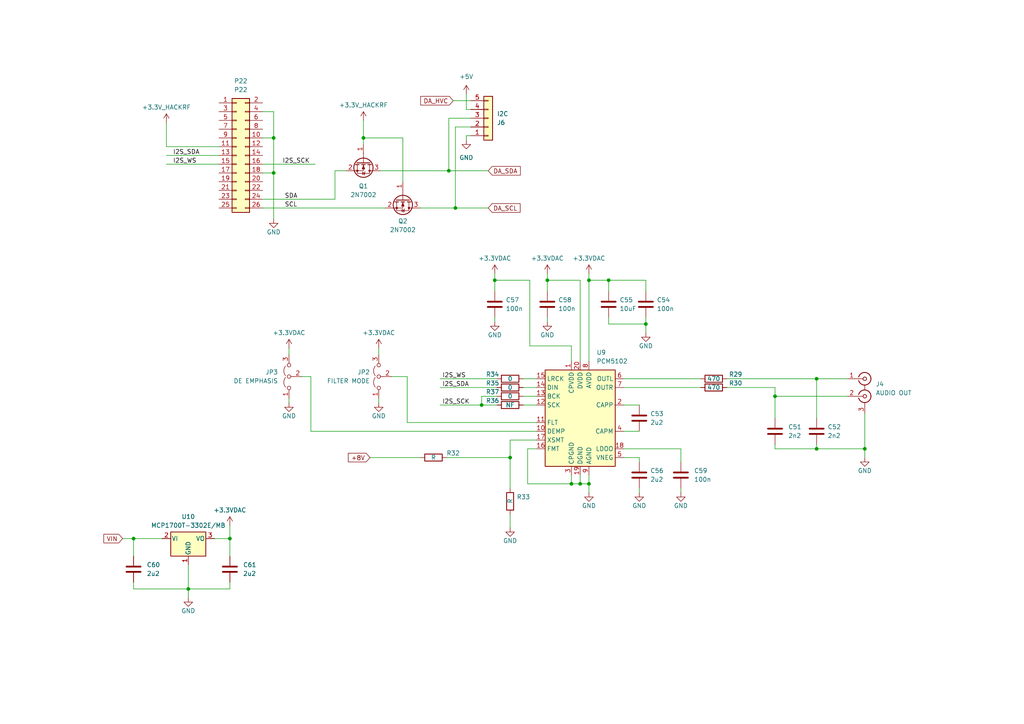
<source format=kicad_sch>
(kicad_sch (version 20230121) (generator eeschema)
  (paper "A4")
  (title_block (title "${TITLE}") (date "${DATE}") (rev "${VERSION}") (company "${COPYRIGHT}") (comment 1 "${LICENSE}") (comment 2 "AUDIO OUTPUT"))
  (lib_symbols
    (symbol "+3.3v_aud:+3.3V_AUD" (power) (pin_names (offset 0))
      (property "Value" "+3.3V_AUD" (at 0 4.445 0))
      (symbol "+3.3V_AUD_0_0"
        (pin power_in line (at 0 0 90) (length 0) hide (name "+3.3VDAC") (number "1"))
      )
      (symbol "+3.3V_AUD_0_1"
        (polyline (pts (xy -0.762 1.27) (xy 0 2.54)))
        (polyline (pts (xy 0 0) (xy 0 2.54)))
        (polyline (pts (xy 0 2.54) (xy 0.762 1.27)))
      )
    )
    (symbol "+3.3v_hackrf:+3.3V_HACKRF" (power) (pin_names (offset 0))
      (property "Value" "+3.3V_HACKRF" (at 0 5.08 0))
      (symbol "+3.3V_HACKRF_0_1"
        (polyline (pts (xy -0.762 1.27) (xy 0 2.54)))
        (polyline (pts (xy 0 0) (xy 0 2.54)))
        (polyline (pts (xy 0 2.54) (xy 0.762 1.27)))
      )
      (symbol "+3.3V_HACKRF_1_0"
        (pin power_in line (at 0 0 90) (length 0) hide (name "+3.3V_HACKRF") (number "1"))
      )
    )
    (symbol "Audio:PCM5102"
      (property "Reference" "U" (at -10.16 13.97 0))
      (property "Value" "PCM5102" (at 3.81 13.97 0))
      (symbol "PCM5102_0_1"
        (rectangle (start -10.16 12.7) (end 10.16 -15.24) (stroke (width 0.254)) (fill (type background)))
      )
      (symbol "PCM5102_1_1"
        (pin passive line (at -2.54 15.24 270) (length 2.54) (name "CPVDD") (number "1"))
        (pin input line (at -12.7 -5.08 0) (length 2.54) (name "DEMP") (number "10"))
        (pin input line (at -12.7 -2.54 0) (length 2.54) (name "FLT") (number "11"))
        (pin input line (at -12.7 2.54 0) (length 2.54) (name "SCK") (number "12"))
        (pin input line (at -12.7 5.08 0) (length 2.54) (name "BCK") (number "13"))
        (pin input line (at -12.7 7.62 0) (length 2.54) (name "DIN") (number "14"))
        (pin input line (at -12.7 10.16 0) (length 2.54) (name "LRCK") (number "15"))
        (pin input line (at -12.7 -10.16 0) (length 2.54) (name "FMT") (number "16"))
        (pin input line (at -12.7 -7.62 0) (length 2.54) (name "XSMT") (number "17"))
        (pin passive line (at 12.7 -10.16 180) (length 2.54) (name "LDOO") (number "18"))
        (pin power_in line (at 0 -17.78 90) (length 2.54) (name "DGND") (number "19"))
        (pin passive line (at 12.7 2.54 180) (length 2.54) (name "CAPP") (number "2"))
        (pin power_in line (at 0 15.24 270) (length 2.54) (name "DVDD") (number "20"))
        (pin power_in line (at -2.54 -17.78 90) (length 2.54) (name "CPGND") (number "3"))
        (pin passive line (at 12.7 -5.08 180) (length 2.54) (name "CAPM") (number "4"))
        (pin passive line (at 12.7 -12.7 180) (length 2.54) (name "VNEG") (number "5"))
        (pin output line (at 12.7 10.16 180) (length 2.54) (name "OUTL") (number "6"))
        (pin output line (at 12.7 7.62 180) (length 2.54) (name "OUTR") (number "7"))
        (pin power_in line (at 2.54 15.24 270) (length 2.54) (name "AVDD") (number "8"))
        (pin power_in line (at 2.54 -17.78 90) (length 2.54) (name "AGND") (number "9"))
      )
    )
    (symbol "Connector:Conn_Coaxial_x2" (pin_names (offset 1.016) hide)
      (property "Reference" "J" (at 0 5.715 0))
      (property "Value" "Conn_Coaxial_x2" (at 2.921 0 90))
      (symbol "Conn_Coaxial_x2_0_1"
        (arc (start -1.778 -3.048) (mid 0.2311 -4.3466) (end 1.778 -2.54) (stroke (width 0.254)))
        (arc (start -1.778 2.032) (mid 0.2311 0.7334) (end 1.778 2.54) (stroke (width 0.254)))
        (circle (center 0 -2.54) (radius 0.508) (stroke (width 0.2032)))
        (polyline (pts (xy -2.54 -2.54) (xy -0.508 -2.54)))
        (polyline (pts (xy -2.54 2.54) (xy -0.508 2.54)))
        (polyline (pts (xy 0 -5.08) (xy 0 -4.318)))
        (polyline (pts (xy 0 0.762) (xy 0 -0.635)))
        (circle (center 0 2.54) (radius 0.508) (stroke (width 0.2032)))
        (arc (start 1.778 -2.54) (mid 0.2099 -0.7299) (end -1.778 -2.032) (stroke (width 0.254)))
        (arc (start 1.778 2.54) (mid 0.2099 4.3501) (end -1.778 3.048) (stroke (width 0.254)))
      )
      (symbol "Conn_Coaxial_x2_1_1"
        (pin passive line (at -5.08 2.54 0) (length 2.54) (name "IN1") (number "1"))
        (pin passive line (at -5.08 -2.54 0) (length 2.54) (name "IN2") (number "2"))
        (pin passive line (at 0 -7.62 90) (length 2.54) (name "EXT") (number "3"))
      )
    )
    (symbol "Connector_Generic:Conn_01x05" (pin_names (offset 1.016) hide)
      (property "Reference" "J" (at 0 7.62 0))
      (property "Value" "Conn_01x05" (at 0 -7.62 0))
      (symbol "Conn_01x05_1_1"
        (rectangle (start -1.27 -4.953) (end 0 -5.207) (stroke (width 0.1524)))
        (rectangle (start -1.27 -2.413) (end 0 -2.667) (stroke (width 0.1524)))
        (rectangle (start -1.27 0.127) (end 0 -0.127) (stroke (width 0.1524)))
        (rectangle (start -1.27 2.667) (end 0 2.413) (stroke (width 0.1524)))
        (rectangle (start -1.27 5.207) (end 0 4.953) (stroke (width 0.1524)))
        (rectangle (start -1.27 6.35) (end 1.27 -6.35) (stroke (width 0.254)) (fill (type background)))
        (pin passive line (at -5.08 5.08 0) (length 3.81) (name "Pin_1") (number "1"))
        (pin passive line (at -5.08 2.54 0) (length 3.81) (name "Pin_2") (number "2"))
        (pin passive line (at -5.08 0 0) (length 3.81) (name "Pin_3") (number "3"))
        (pin passive line (at -5.08 -2.54 0) (length 3.81) (name "Pin_4") (number "4"))
        (pin passive line (at -5.08 -5.08 0) (length 3.81) (name "Pin_5") (number "5"))
      )
    )
    (symbol "Connector_Generic:Conn_02x13_Odd_Even" (pin_names (offset 1.016) hide)
      (property "Reference" "J" (at 1.27 17.78 0))
      (property "Value" "Conn_02x13_Odd_Even" (at 1.27 -17.78 0))
      (symbol "Conn_02x13_Odd_Even_1_1"
        (rectangle (start -1.27 -15.113) (end 0 -15.367) (stroke (width 0.1524)))
        (rectangle (start -1.27 -12.573) (end 0 -12.827) (stroke (width 0.1524)))
        (rectangle (start -1.27 -10.033) (end 0 -10.287) (stroke (width 0.1524)))
        (rectangle (start -1.27 -7.493) (end 0 -7.747) (stroke (width 0.1524)))
        (rectangle (start -1.27 -4.953) (end 0 -5.207) (stroke (width 0.1524)))
        (rectangle (start -1.27 -2.413) (end 0 -2.667) (stroke (width 0.1524)))
        (rectangle (start -1.27 0.127) (end 0 -0.127) (stroke (width 0.1524)))
        (rectangle (start -1.27 2.667) (end 0 2.413) (stroke (width 0.1524)))
        (rectangle (start -1.27 5.207) (end 0 4.953) (stroke (width 0.1524)))
        (rectangle (start -1.27 7.747) (end 0 7.493) (stroke (width 0.1524)))
        (rectangle (start -1.27 10.287) (end 0 10.033) (stroke (width 0.1524)))
        (rectangle (start -1.27 12.827) (end 0 12.573) (stroke (width 0.1524)))
        (rectangle (start -1.27 15.367) (end 0 15.113) (stroke (width 0.1524)))
        (rectangle (start -1.27 16.51) (end 3.81 -16.51) (stroke (width 0.254)) (fill (type background)))
        (rectangle (start 3.81 -15.113) (end 2.54 -15.367) (stroke (width 0.1524)))
        (rectangle (start 3.81 -12.573) (end 2.54 -12.827) (stroke (width 0.1524)))
        (rectangle (start 3.81 -10.033) (end 2.54 -10.287) (stroke (width 0.1524)))
        (rectangle (start 3.81 -7.493) (end 2.54 -7.747) (stroke (width 0.1524)))
        (rectangle (start 3.81 -4.953) (end 2.54 -5.207) (stroke (width 0.1524)))
        (rectangle (start 3.81 -2.413) (end 2.54 -2.667) (stroke (width 0.1524)))
        (rectangle (start 3.81 0.127) (end 2.54 -0.127) (stroke (width 0.1524)))
        (rectangle (start 3.81 2.667) (end 2.54 2.413) (stroke (width 0.1524)))
        (rectangle (start 3.81 5.207) (end 2.54 4.953) (stroke (width 0.1524)))
        (rectangle (start 3.81 7.747) (end 2.54 7.493) (stroke (width 0.1524)))
        (rectangle (start 3.81 10.287) (end 2.54 10.033) (stroke (width 0.1524)))
        (rectangle (start 3.81 12.827) (end 2.54 12.573) (stroke (width 0.1524)))
        (rectangle (start 3.81 15.367) (end 2.54 15.113) (stroke (width 0.1524)))
        (pin passive line (at -5.08 15.24 0) (length 3.81) (name "Pin_1") (number "1"))
        (pin passive line (at 7.62 5.08 180) (length 3.81) (name "Pin_10") (number "10"))
        (pin passive line (at -5.08 2.54 0) (length 3.81) (name "Pin_11") (number "11"))
        (pin passive line (at 7.62 2.54 180) (length 3.81) (name "Pin_12") (number "12"))
        (pin passive line (at -5.08 0 0) (length 3.81) (name "Pin_13") (number "13"))
        (pin passive line (at 7.62 0 180) (length 3.81) (name "Pin_14") (number "14"))
        (pin passive line (at -5.08 -2.54 0) (length 3.81) (name "Pin_15") (number "15"))
        (pin passive line (at 7.62 -2.54 180) (length 3.81) (name "Pin_16") (number "16"))
        (pin passive line (at -5.08 -5.08 0) (length 3.81) (name "Pin_17") (number "17"))
        (pin passive line (at 7.62 -5.08 180) (length 3.81) (name "Pin_18") (number "18"))
        (pin passive line (at -5.08 -7.62 0) (length 3.81) (name "Pin_19") (number "19"))
        (pin passive line (at 7.62 15.24 180) (length 3.81) (name "Pin_2") (number "2"))
        (pin passive line (at 7.62 -7.62 180) (length 3.81) (name "Pin_20") (number "20"))
        (pin passive line (at -5.08 -10.16 0) (length 3.81) (name "Pin_21") (number "21"))
        (pin passive line (at 7.62 -10.16 180) (length 3.81) (name "Pin_22") (number "22"))
        (pin passive line (at -5.08 -12.7 0) (length 3.81) (name "Pin_23") (number "23"))
        (pin passive line (at 7.62 -12.7 180) (length 3.81) (name "Pin_24") (number "24"))
        (pin passive line (at -5.08 -15.24 0) (length 3.81) (name "Pin_25") (number "25"))
        (pin passive line (at 7.62 -15.24 180) (length 3.81) (name "Pin_26") (number "26"))
        (pin passive line (at -5.08 12.7 0) (length 3.81) (name "Pin_3") (number "3"))
        (pin passive line (at 7.62 12.7 180) (length 3.81) (name "Pin_4") (number "4"))
        (pin passive line (at -5.08 10.16 0) (length 3.81) (name "Pin_5") (number "5"))
        (pin passive line (at 7.62 10.16 180) (length 3.81) (name "Pin_6") (number "6"))
        (pin passive line (at -5.08 7.62 0) (length 3.81) (name "Pin_7") (number "7"))
        (pin passive line (at 7.62 7.62 180) (length 3.81) (name "Pin_8") (number "8"))
        (pin passive line (at -5.08 5.08 0) (length 3.81) (name "Pin_9") (number "9"))
      )
    )
    (symbol "Device:C" (pin_numbers hide) (pin_names (offset 0.254))
      (property "Reference" "C" (at 0.635 2.54 0))
      (property "Value" "C" (at 0.635 -2.54 0))
      (symbol "C_0_1"
        (polyline (pts (xy -2.032 -0.762) (xy 2.032 -0.762)) (stroke (width 0.508)))
        (polyline (pts (xy -2.032 0.762) (xy 2.032 0.762)) (stroke (width 0.508)))
      )
      (symbol "C_1_1"
        (pin passive line (at 0 3.81 270) (length 2.794) (name "~") (number "1"))
        (pin passive line (at 0 -3.81 90) (length 2.794) (name "~") (number "2"))
      )
    )
    (symbol "Device:R" (pin_numbers hide) (pin_names (offset 0))
      (property "Reference" "R" (at 2.032 0 90))
      (property "Value" "R" (at 0 0 90))
      (symbol "R_0_1"
        (rectangle (start -1.016 -2.54) (end 1.016 2.54) (stroke (width 0.254)))
      )
      (symbol "R_1_1"
        (pin passive line (at 0 3.81 270) (length 1.27) (name "~") (number "1"))
        (pin passive line (at 0 -3.81 90) (length 1.27) (name "~") (number "2"))
      )
    )
    (symbol "Jumper:Jumper_3_Open" (pin_names (offset 0) hide)
      (property "Reference" "JP" (at -2.54 -2.54 0))
      (property "Value" "Jumper_3_Open" (at 0 2.794 0))
      (symbol "Jumper_3_Open_0_0"
        (circle (center -3.302 0) (radius 0.508))
        (circle (center 0 0) (radius 0.508))
        (circle (center 3.302 0) (radius 0.508))
      )
      (symbol "Jumper_3_Open_0_1"
        (arc (start -0.254 1.016) (mid -1.651 1.4992) (end -3.048 1.016))
        (polyline (pts (xy 0 -0.508) (xy 0 -1.27)))
        (arc (start 3.048 1.016) (mid 1.651 1.4992) (end 0.254 1.016))
      )
      (symbol "Jumper_3_Open_1_1"
        (pin passive line (at -6.35 0 0) (length 2.54) (name "A") (number "1"))
        (pin passive line (at 0 -3.81 90) (length 2.54) (name "C") (number "2"))
        (pin passive line (at 6.35 0 180) (length 2.54) (name "B") (number "3"))
      )
    )
    (symbol "Regulator_Linear:MCP1700x-120xxMB" (pin_names (offset 0.254))
      (property "Reference" "U" (at -3.81 3.175 0))
      (property "Value" "MCP1700x-120xxMB" (at 0 3.175 0))
      (symbol "MCP1700x-120xxMB_0_1"
        (rectangle (start -5.08 -5.08) (end 5.08 1.905) (stroke (width 0.254)) (fill (type background)))
      )
      (symbol "MCP1700x-120xxMB_1_1"
        (pin power_in line (at 0 -7.62 90) (length 2.54) (name "GND") (number "1"))
        (pin power_in line (at -7.62 0 0) (length 2.54) (name "VI") (number "2"))
        (pin power_out line (at 7.62 0 180) (length 2.54) (name "VO") (number "3"))
      )
    )
    (symbol "Transistor_FET:2N7002" (pin_names hide)
      (property "Reference" "Q" (at 5.08 1.905 0))
      (property "Value" "2N7002" (at 5.08 0 0))
      (symbol "2N7002_0_1"
        (polyline (pts (xy 0.254 0) (xy -2.54 0)))
        (polyline (pts (xy 0.254 1.905) (xy 0.254 -1.905)) (stroke (width 0.254)))
        (polyline (pts (xy 0.762 -1.27) (xy 0.762 -2.286)) (stroke (width 0.254)))
        (polyline (pts (xy 0.762 0.508) (xy 0.762 -0.508)) (stroke (width 0.254)))
        (polyline (pts (xy 0.762 2.286) (xy 0.762 1.27)) (stroke (width 0.254)))
        (polyline (pts (xy 2.54 2.54) (xy 2.54 1.778)))
        (polyline (pts (xy 2.54 -2.54) (xy 2.54 0) (xy 0.762 0)))
        (polyline (pts (xy 0.762 -1.778) (xy 3.302 -1.778) (xy 3.302 1.778) (xy 0.762 1.778)))
        (polyline (pts (xy 1.016 0) (xy 2.032 0.381) (xy 2.032 -0.381) (xy 1.016 0)) (fill (type outline)))
        (polyline (pts (xy 2.794 0.508) (xy 2.921 0.381) (xy 3.683 0.381) (xy 3.81 0.254)))
        (polyline (pts (xy 3.302 0.381) (xy 2.921 -0.254) (xy 3.683 -0.254) (xy 3.302 0.381)))
        (circle (center 1.651 0) (radius 2.794) (stroke (width 0.254)))
        (circle (center 2.54 -1.778) (radius 0.254) (fill (type outline)))
        (circle (center 2.54 1.778) (radius 0.254) (fill (type outline)))
      )
      (symbol "2N7002_1_1"
        (pin input line (at -5.08 0 0) (length 2.54) (name "G") (number "1"))
        (pin passive line (at 2.54 -5.08 90) (length 2.54) (name "S") (number "2"))
        (pin passive line (at 2.54 5.08 270) (length 2.54) (name "D") (number "3"))
      )
    )
    (symbol "power:+5V" (power) (pin_names (offset 0))
      (property "Value" "+5V" (at 0 3.556 0))
      (symbol "+5V_0_1"
        (polyline (pts (xy -0.762 1.27) (xy 0 2.54)))
        (polyline (pts (xy 0 0) (xy 0 2.54)))
        (polyline (pts (xy 0 2.54) (xy 0.762 1.27)))
      )
      (symbol "+5V_1_1"
        (pin power_in line (at 0 0 90) (length 0) hide (name "+5V") (number "1"))
      )
    )
    (symbol "power:GND" (power) (pin_names (offset 0))
      (property "Value" "GND" (at 0 -3.81 0))
      (symbol "GND_0_1"
        (polyline (pts (xy 0 0) (xy 0 -1.27) (xy 1.27 -1.27) (xy 0 -2.54) (xy -1.27 -1.27) (xy 0 -1.27)))
      )
      (symbol "GND_1_1"
        (pin power_in line (at 0 0 270) (length 0) hide (name "GND") (number "1"))
      )
    )
  )
  (junction (at 130.175 49.53))
  (junction (at 139.7 117.475))
  (junction (at 132.08 60.325))
  (junction (at 176.53 81.28))
  (junction (at 158.75 81.28))
  (junction (at 236.855 109.855))
  (junction (at 105.41 40.005))
  (junction (at 250.825 130.175))
  (junction (at 187.325 93.98))
  (junction (at 165.735 140.335))
  (junction (at 168.275 140.335))
  (junction (at 79.375 50.165))
  (junction (at 170.815 140.335))
  (junction (at 147.955 132.715))
  (junction (at 54.61 170.815))
  (junction (at 79.375 40.005))
  (junction (at 66.675 156.21))
  (junction (at 38.735 156.21))
  (junction (at 170.815 81.28))
  (junction (at 143.51 81.28))
  (junction (at 236.855 130.175))
  (junction (at 224.79 114.935))
  (wire (pts (xy 147.955 149.225) (xy 147.955 153.035)))
  (wire (pts (xy 79.375 40.005) (xy 79.375 50.165)))
  (wire (pts (xy 118.11 109.22) (xy 118.11 122.555)))
  (wire (pts (xy 185.42 141.605) (xy 185.42 142.875)))
  (wire (pts (xy 66.675 152.4) (xy 66.675 156.21)))
  (wire (pts (xy 127.635 112.395) (xy 144.145 112.395)))
  (wire (pts (xy 109.855 100.965) (xy 109.855 102.87)))
  (wire (pts (xy 185.42 132.715) (xy 185.42 133.985)))
  (wire (pts (xy 151.765 109.855) (xy 155.575 109.855)))
  (wire (pts (xy 151.765 112.395) (xy 155.575 112.395)))
  (wire (pts (xy 153.67 100.33) (xy 165.735 100.33)))
  (wire (pts (xy 168.275 104.775) (xy 168.275 81.28)))
  (wire (pts (xy 153.035 140.335) (xy 165.735 140.335)))
  (wire (pts (xy 143.51 92.075) (xy 143.51 93.345)))
  (wire (pts (xy 168.275 140.335) (xy 170.815 140.335)))
  (wire (pts (xy 151.765 114.935) (xy 155.575 114.935)))
  (wire (pts (xy 132.08 60.325) (xy 141.605 60.325)))
  (wire (pts (xy 79.375 50.165) (xy 79.375 63.5)))
  (wire (pts (xy 170.815 104.775) (xy 170.815 81.28)))
  (wire (pts (xy 113.665 109.22) (xy 118.11 109.22)))
  (wire (pts (xy 76.2 40.005) (xy 79.375 40.005)))
  (wire (pts (xy 76.2 47.625) (xy 91.44 47.625)))
  (wire (pts (xy 48.26 35.56) (xy 48.26 42.545)))
  (wire (pts (xy 147.955 127.635) (xy 155.575 127.635)))
  (wire (pts (xy 109.855 115.57) (xy 109.855 116.84)))
  (wire (pts (xy 176.53 92.075) (xy 176.53 93.98)))
  (wire (pts (xy 79.375 32.385) (xy 79.375 40.005)))
  (wire (pts (xy 35.56 156.21) (xy 38.735 156.21)))
  (wire (pts (xy 165.735 100.33) (xy 165.735 104.775)))
  (wire (pts (xy 105.41 40.005) (xy 105.41 41.91)))
  (wire (pts (xy 180.975 112.395) (xy 203.2 112.395)))
  (wire (pts (xy 170.815 79.375) (xy 170.815 81.28)))
  (wire (pts (xy 110.49 49.53) (xy 130.175 49.53)))
  (wire (pts (xy 62.23 156.21) (xy 66.675 156.21)))
  (wire (pts (xy 180.975 125.095) (xy 185.42 125.095)))
  (wire (pts (xy 130.175 49.53) (xy 141.605 49.53)))
  (wire (pts (xy 197.485 130.175) (xy 197.485 133.985)))
  (wire (pts (xy 66.675 156.21) (xy 66.675 161.29)))
  (wire (pts (xy 176.53 81.28) (xy 176.53 84.455)))
  (wire (pts (xy 210.82 112.395) (xy 224.79 112.395)))
  (wire (pts (xy 139.7 117.475) (xy 144.145 117.475)))
  (wire (pts (xy 224.79 130.175) (xy 224.79 128.905)))
  (wire (pts (xy 130.175 49.53) (xy 130.175 34.29)))
  (wire (pts (xy 168.275 137.795) (xy 168.275 140.335)))
  (wire (pts (xy 224.79 112.395) (xy 224.79 114.935)))
  (wire (pts (xy 105.41 34.925) (xy 105.41 40.005)))
  (wire (pts (xy 131.445 29.21) (xy 136.525 29.21)))
  (wire (pts (xy 54.61 163.83) (xy 54.61 170.815)))
  (wire (pts (xy 224.79 114.935) (xy 245.745 114.935)))
  (wire (pts (xy 197.485 141.605) (xy 197.485 142.875)))
  (wire (pts (xy 76.2 60.325) (xy 111.76 60.325)))
  (wire (pts (xy 168.275 81.28) (xy 158.75 81.28)))
  (wire (pts (xy 147.955 132.715) (xy 147.955 127.635)))
  (wire (pts (xy 135.255 27.305) (xy 135.255 31.75)))
  (wire (pts (xy 139.7 114.935) (xy 139.7 117.475)))
  (wire (pts (xy 116.84 52.705) (xy 116.84 40.005)))
  (wire (pts (xy 54.61 173.355) (xy 54.61 170.815)))
  (wire (pts (xy 176.53 81.28) (xy 187.325 81.28)))
  (wire (pts (xy 144.145 114.935) (xy 139.7 114.935)))
  (wire (pts (xy 132.08 36.83) (xy 132.08 60.325)))
  (wire (pts (xy 170.815 137.795) (xy 170.815 140.335)))
  (wire (pts (xy 135.255 39.37) (xy 135.255 40.64)))
  (wire (pts (xy 147.955 132.715) (xy 147.955 141.605)))
  (wire (pts (xy 176.53 93.98) (xy 187.325 93.98)))
  (wire (pts (xy 236.855 109.855) (xy 245.745 109.855)))
  (wire (pts (xy 155.575 130.175) (xy 153.035 130.175)))
  (wire (pts (xy 180.975 109.855) (xy 203.2 109.855)))
  (wire (pts (xy 158.75 79.375) (xy 158.75 81.28)))
  (wire (pts (xy 136.525 36.83) (xy 132.08 36.83)))
  (wire (pts (xy 54.61 170.815) (xy 38.735 170.815)))
  (wire (pts (xy 90.17 109.22) (xy 87.63 109.22)))
  (wire (pts (xy 180.975 130.175) (xy 197.485 130.175)))
  (wire (pts (xy 155.575 125.095) (xy 90.17 125.095)))
  (wire (pts (xy 187.325 81.28) (xy 187.325 84.455)))
  (wire (pts (xy 170.815 140.335) (xy 170.815 142.875)))
  (wire (pts (xy 129.54 132.715) (xy 147.955 132.715)))
  (wire (pts (xy 38.735 156.21) (xy 46.99 156.21)))
  (wire (pts (xy 130.175 34.29) (xy 136.525 34.29)))
  (wire (pts (xy 236.855 128.905) (xy 236.855 130.175)))
  (wire (pts (xy 185.42 132.715) (xy 180.975 132.715)))
  (wire (pts (xy 210.82 109.855) (xy 236.855 109.855)))
  (wire (pts (xy 180.975 117.475) (xy 185.42 117.475)))
  (wire (pts (xy 151.765 117.475) (xy 155.575 117.475)))
  (wire (pts (xy 187.325 93.98) (xy 187.325 96.52)))
  (wire (pts (xy 54.61 170.815) (xy 66.675 170.815)))
  (wire (pts (xy 158.75 81.28) (xy 158.75 84.455)))
  (wire (pts (xy 118.11 122.555) (xy 155.575 122.555)))
  (wire (pts (xy 90.17 125.095) (xy 90.17 109.22)))
  (wire (pts (xy 83.82 100.965) (xy 83.82 102.87)))
  (wire (pts (xy 236.855 130.175) (xy 250.825 130.175)))
  (wire (pts (xy 48.26 45.085) (xy 63.5 45.085)))
  (wire (pts (xy 107.315 132.715) (xy 121.92 132.715)))
  (wire (pts (xy 224.79 114.935) (xy 224.79 121.285)))
  (wire (pts (xy 48.26 47.625) (xy 63.5 47.625)))
  (wire (pts (xy 170.815 81.28) (xy 176.53 81.28)))
  (wire (pts (xy 236.855 130.175) (xy 224.79 130.175)))
  (wire (pts (xy 153.035 130.175) (xy 153.035 140.335)))
  (wire (pts (xy 66.675 170.815) (xy 66.675 168.91)))
  (wire (pts (xy 165.735 137.795) (xy 165.735 140.335)))
  (wire (pts (xy 127.635 109.855) (xy 144.145 109.855)))
  (wire (pts (xy 158.75 92.075) (xy 158.75 93.345)))
  (wire (pts (xy 76.2 32.385) (xy 79.375 32.385)))
  (wire (pts (xy 165.735 140.335) (xy 168.275 140.335)))
  (wire (pts (xy 76.2 50.165) (xy 79.375 50.165)))
  (wire (pts (xy 38.735 156.21) (xy 38.735 161.29)))
  (wire (pts (xy 143.51 81.28) (xy 153.67 81.28)))
  (wire (pts (xy 97.155 57.785) (xy 97.155 49.53)))
  (wire (pts (xy 38.735 170.815) (xy 38.735 168.91)))
  (wire (pts (xy 236.855 109.855) (xy 236.855 121.285)))
  (wire (pts (xy 48.26 42.545) (xy 63.5 42.545)))
  (wire (pts (xy 143.51 84.455) (xy 143.51 81.28)))
  (wire (pts (xy 153.67 81.28) (xy 153.67 100.33)))
  (wire (pts (xy 127.635 117.475) (xy 139.7 117.475)))
  (wire (pts (xy 121.92 60.325) (xy 132.08 60.325)))
  (wire (pts (xy 76.2 57.785) (xy 97.155 57.785)))
  (wire (pts (xy 116.84 40.005) (xy 105.41 40.005)))
  (wire (pts (xy 250.825 120.015) (xy 250.825 130.175)))
  (wire (pts (xy 143.51 79.375) (xy 143.51 81.28)))
  (wire (pts (xy 97.155 49.53) (xy 100.33 49.53)))
  (wire (pts (xy 250.825 130.175) (xy 250.825 132.715)))
  (wire (pts (xy 135.255 31.75) (xy 136.525 31.75)))
  (wire (pts (xy 187.325 92.075) (xy 187.325 93.98)))
  (wire (pts (xy 136.525 39.37) (xy 135.255 39.37)))
  (wire (pts (xy 83.82 115.57) (xy 83.82 116.84)))
  (label "I2S_WS" (at 50.165 47.625 0))
  (label "I2S_SDA" (at 50.165 45.085 0))
  (label "I2S_SDA" (at 128.27 112.395 0))
  (label "I2S_SCK" (at 81.915 47.625 0))
  (label "SCL" (at 82.55 60.325 0))
  (label "I2S_WS" (at 128.27 109.855 0))
  (label "I2S_SCK" (at 128.27 117.475 0))
  (label "SDA" (at 82.55 57.785 0))
  (global_label "DA_SDA" (shape input) (at 141.605 49.53 0) (property "Intersheetrefs" "${INTERSHEET_REFS}" (effects hide)))
  (global_label "DA_SCL" (shape input) (at 141.605 60.325 0) (property "Intersheetrefs" "${INTERSHEET_REFS}" (effects hide)))
  (global_label "VIN" (shape input) (at 35.56 156.21 180) (property "Intersheetrefs" "${INTERSHEET_REFS}" (effects hide)))
  (global_label "+8V" (shape input) (at 107.315 132.715 180) (property "Intersheetrefs" "${INTERSHEET_REFS}" (effects hide)))
  (global_label "DA_HVC" (shape input) (at 131.445 29.21 180) (property "Intersheetrefs" "${INTERSHEET_REFS}" (effects hide)))
  (symbol (lib_id "+3.3v_aud:+3.3V_AUD") (at 170.815 79.375 0) (unit 1)
    (property "Reference" "#PWR083" (effects hide))
    (property "Value" "+3.3V_AUD" (at 170.815 74.93 0))
  )
  (symbol (lib_id "Device:R") (at 207.01 112.395 90) (unit 1)
    (property "Reference" "R30" (at 213.36 111.125 90))
    (property "Value" "470" (at 207.01 112.395 90))
    (property "Footprint" "Resistor_SMD:R_0603_1608Metric" (effects hide))
  )
  (symbol (lib_id "Device:R") (at 147.955 109.855 90) (unit 1)
    (property "Reference" "R34" (at 142.875 108.585 90))
    (property "Value" "0" (at 147.955 109.855 90))
    (property "Footprint" "Resistor_SMD:R_0603_1608Metric" (effects hide))
  )
  (symbol (lib_id "power:GND") (at 187.325 96.52 0) (unit 1)
    (property "Reference" "#PWR0160" (effects hide))
    (property "Value" "GND" (at 187.325 100.33 0))
  )
  (symbol (lib_id "Device:C") (at 143.51 88.265 0) (unit 1)
    (property "Reference" "C57" (at 146.685 86.995 0) (effects (justify left)))
    (property "Value" "100n" (at 146.685 89.535 0) (effects (justify left)))
    (property "Footprint" "Capacitor_SMD:C_0603_1608Metric" (effects hide))
  )
  (symbol (lib_id "Device:C") (at 176.53 88.265 0) (unit 1)
    (property "Reference" "C55" (at 179.705 86.995 0) (effects (justify left)))
    (property "Value" "10uF" (at 179.705 89.535 0) (effects (justify left)))
    (property "Footprint" "Capacitor_SMD:C_1210_3225Metric" (effects hide))
  )
  (symbol (lib_id "+3.3v_aud:+3.3V_AUD") (at 109.855 100.965 0) (unit 1)
    (property "Reference" "#PWR059" (effects hide))
    (property "Value" "+3.3V_AUD" (at 109.855 96.52 0))
  )
  (symbol (lib_id "power:GND") (at 109.855 116.84 0) (unit 1)
    (property "Reference" "#PWR0166" (effects hide))
    (property "Value" "GND" (at 109.855 120.65 0))
  )
  (symbol (lib_id "power:GND") (at 143.51 93.345 0) (unit 1)
    (property "Reference" "#PWR0157" (effects hide))
    (property "Value" "GND" (at 143.51 97.155 0))
  )
  (symbol (lib_id "Device:C") (at 224.79 125.095 0) (unit 1)
    (property "Reference" "C51" (at 228.6 123.825 0) (effects (justify left)))
    (property "Value" "2n2" (at 228.6 126.365 0) (effects (justify left)))
    (property "Footprint" "Capacitor_SMD:C_0603_1608Metric" (effects hide))
  )
  (symbol (lib_id "power:GND") (at 83.82 116.84 0) (unit 1)
    (property "Reference" "#PWR0165" (effects hide))
    (property "Value" "GND" (at 83.82 120.65 0))
  )
  (symbol (lib_id "+3.3v_hackrf:+3.3V_HACKRF") (at 48.26 35.56 0) (unit 1)
    (property "Reference" "#PWR079" (effects hide))
    (property "Value" "+3.3V_HACKRF" (at 48.26 31.115 0))
  )
  (symbol (lib_id "Device:C") (at 236.855 125.095 0) (unit 1)
    (property "Reference" "C52" (at 240.03 123.825 0) (effects (justify left)))
    (property "Value" "2n2" (at 240.03 126.365 0) (effects (justify left)))
    (property "Footprint" "Capacitor_SMD:C_0603_1608Metric" (effects hide))
  )
  (symbol (lib_id "power:GND") (at 197.485 142.875 0) (unit 1)
    (property "Reference" "#PWR0162" (effects hide))
    (property "Value" "GND" (at 197.485 146.685 0))
  )
  (symbol (lib_id "+3.3v_aud:+3.3V_AUD") (at 66.675 152.4 0) (unit 1)
    (property "Reference" "#PWR067" (effects hide))
    (property "Value" "+3.3V_AUD" (at 66.675 147.955 0))
  )
  (symbol (lib_id "Connector_Generic:Conn_02x13_Odd_Even") (at 68.58 45.085 0) (unit 1)
    (property "Reference" "P22" (at 69.85 23.495 0))
    (property "Value" "P22" (at 69.85 26.035 0))
    (property "Footprint" "hackrf:GSG-HEADER-2x13" (effects hide))
  )
  (symbol (lib_id "power:GND") (at 54.61 173.355 0) (unit 1)
    (property "Reference" "#PWR064" (effects hide))
    (property "Value" "GND" (at 54.61 177.165 0))
  )
  (symbol (lib_id "power:GND") (at 170.815 142.875 0) (unit 1)
    (property "Reference" "#PWR0163" (effects hide))
    (property "Value" "GND" (at 170.815 146.685 0))
  )
  (symbol (lib_id "Jumper:Jumper_3_Open") (at 83.82 109.22 90) (unit 1)
    (property "Reference" "JP3" (at 80.645 107.95 90) (effects (justify left)))
    (property "Value" "DE EMPHASIS" (at 80.645 110.49 90) (effects (justify left)))
    (property "Footprint" "Jumper:SolderJumper-3_P1.3mm_Open_Pad1.0x1.5mm" (effects hide))
  )
  (symbol (lib_id "Device:R") (at 207.01 109.855 90) (unit 1)
    (property "Reference" "R29" (at 213.36 108.585 90))
    (property "Value" "470" (at 207.01 109.855 90))
    (property "Footprint" "Resistor_SMD:R_0603_1608Metric" (effects hide))
  )
  (symbol (lib_id "Device:R") (at 125.73 132.715 90) (unit 1)
    (property "Reference" "R32" (at 131.445 131.445 90))
    (property "Value" "R" (at 125.73 132.715 90))
    (property "Footprint" "Resistor_SMD:R_0603_1608Metric" (effects hide))
  )
  (symbol (lib_id "+3.3v_hackrf:+3.3V_HACKRF") (at 105.41 34.925 0) (unit 1)
    (property "Reference" "#PWR063" (effects hide))
    (property "Value" "+3.3V_HACKRF" (at 105.41 30.48 0))
  )
  (symbol (lib_id "Device:C") (at 66.675 165.1 0) (unit 1)
    (property "Reference" "C61" (at 70.485 163.83 0) (effects (justify left)))
    (property "Value" "2u2" (at 70.485 166.37 0) (effects (justify left)))
    (property "Footprint" "Capacitor_SMD:C_0603_1608Metric" (effects hide))
  )
  (symbol (lib_id "Device:C") (at 38.735 165.1 0) (unit 1)
    (property "Reference" "C60" (at 42.545 163.83 0) (effects (justify left)))
    (property "Value" "2u2" (at 42.545 166.37 0) (effects (justify left)))
    (property "Footprint" "Capacitor_SMD:C_0603_1608Metric" (effects hide))
  )
  (symbol (lib_id "Device:R") (at 147.955 112.395 90) (unit 1)
    (property "Reference" "R35" (at 142.875 111.125 90))
    (property "Value" "0" (at 147.955 112.395 90))
    (property "Footprint" "Resistor_SMD:R_0603_1608Metric" (effects hide))
  )
  (symbol (lib_id "Audio:PCM5102") (at 168.275 120.015 0) (unit 1)
    (property "Reference" "U9" (at 173.0091 102.235 0) (effects (justify left)))
    (property "Value" "PCM5102" (at 173.0091 104.775 0) (effects (justify left)))
    (property "Footprint" "Package_SO:TSSOP-20_4.4x6.5mm_P0.65mm" (effects hide))
    (property "Datasheet" "http://www.ti.com/lit/ds/symlink/pcm5102.pdf" (effects hide))
  )
  (symbol (lib_id "Jumper:Jumper_3_Open") (at 109.855 109.22 90) (unit 1)
    (property "Reference" "JP2" (at 107.315 107.95 90) (effects (justify left)))
    (property "Value" "FILTER MODE" (at 107.315 110.49 90) (effects (justify left)))
    (property "Footprint" "Jumper:SolderJumper-3_P1.3mm_Open_Pad1.0x1.5mm" (effects hide))
  )
  (symbol (lib_id "Transistor_FET:2N7002") (at 116.84 57.785 270) (unit 1)
    (property "Reference" "Q2" (at 116.84 64.135 90))
    (property "Value" "2N7002" (at 116.84 66.675 90))
    (property "Footprint" "Package_TO_SOT_SMD:SOT-23" (effects hide))
    (property "Datasheet" "https://www.onsemi.com/pub/Collateral/NDS7002A-D.PDF" (effects hide))
  )
  (symbol (lib_id "Device:C") (at 158.75 88.265 0) (unit 1)
    (property "Reference" "C58" (at 161.925 86.995 0) (effects (justify left)))
    (property "Value" "100n" (at 161.925 89.535 0) (effects (justify left)))
    (property "Footprint" "Capacitor_SMD:C_0603_1608Metric" (effects hide))
  )
  (symbol (lib_id "Device:C") (at 185.42 121.285 0) (unit 1)
    (property "Reference" "C53" (at 188.595 120.015 0) (effects (justify left)))
    (property "Value" "2u2" (at 188.595 122.555 0) (effects (justify left)))
    (property "Footprint" "Capacitor_SMD:C_0603_1608Metric" (effects hide))
  )
  (symbol (lib_id "Device:C") (at 187.325 88.265 0) (unit 1)
    (property "Reference" "C54" (at 190.5 86.995 0) (effects (justify left)))
    (property "Value" "100n" (at 190.5 89.535 0) (effects (justify left)))
    (property "Footprint" "Capacitor_SMD:C_0603_1608Metric" (effects hide))
  )
  (symbol (lib_id "power:+5V") (at 135.255 27.305 0) (unit 1)
    (property "Reference" "#PWR0120" (effects hide))
    (property "Value" "+5V" (at 135.255 22.225 0))
  )
  (symbol (lib_id "Device:R") (at 147.955 114.935 90) (unit 1)
    (property "Reference" "R37" (at 142.875 113.665 90))
    (property "Value" "0" (at 147.955 114.935 90))
    (property "Footprint" "Resistor_SMD:R_0603_1608Metric" (effects hide))
  )
  (symbol (lib_id "+3.3v_aud:+3.3V_AUD") (at 83.82 100.965 0) (unit 1)
    (property "Reference" "#PWR066" (effects hide))
    (property "Value" "+3.3V_AUD" (at 83.82 96.52 0))
  )
  (symbol (lib_id "Transistor_FET:2N7002") (at 105.41 46.99 270) (unit 1)
    (property "Reference" "Q1" (at 105.41 53.975 90))
    (property "Value" "2N7002" (at 105.41 56.515 90))
    (property "Footprint" "Package_TO_SOT_SMD:SOT-23" (effects hide))
    (property "Datasheet" "https://www.onsemi.com/pub/Collateral/NDS7002A-D.PDF" (effects hide))
  )
  (symbol (lib_id "+3.3v_aud:+3.3V_AUD") (at 143.51 79.375 0) (unit 1)
    (property "Reference" "#PWR058" (effects hide))
    (property "Value" "+3.3V_AUD" (at 143.51 74.93 0))
  )
  (symbol (lib_id "power:GND") (at 147.955 153.035 0) (unit 1)
    (property "Reference" "#PWR0164" (effects hide))
    (property "Value" "GND" (at 147.955 156.845 0))
  )
  (symbol (lib_id "power:GND") (at 185.42 142.875 0) (unit 1)
    (property "Reference" "#PWR0161" (effects hide))
    (property "Value" "GND" (at 185.42 146.685 0))
  )
  (symbol (lib_id "power:GND") (at 135.255 40.64 0) (unit 1)
    (property "Reference" "#PWR085" (effects hide))
    (property "Value" "GND" (at 135.255 45.72 0))
  )
  (symbol (lib_id "Device:R") (at 147.955 145.415 0) (unit 1)
    (property "Reference" "R33" (at 149.86 144.145 0) (effects (justify left)))
    (property "Value" "R" (at 147.955 146.05 90) (effects (justify left)))
    (property "Footprint" "Resistor_SMD:R_0603_1608Metric" (effects hide))
  )
  (symbol (lib_id "power:GND") (at 250.825 132.715 0) (unit 1)
    (property "Reference" "#PWR0167" (effects hide))
    (property "Value" "GND" (at 250.825 136.525 0))
  )
  (symbol (lib_id "Device:C") (at 197.485 137.795 0) (unit 1)
    (property "Reference" "C59" (at 201.295 136.525 0) (effects (justify left)))
    (property "Value" "100n" (at 201.295 139.065 0) (effects (justify left)))
    (property "Footprint" "Capacitor_SMD:C_0603_1608Metric" (effects hide))
  )
  (symbol (lib_id "power:GND") (at 158.75 93.345 0) (unit 1)
    (property "Reference" "#PWR0158" (effects hide))
    (property "Value" "GND" (at 158.75 97.155 0))
  )
  (symbol (lib_id "Connector:Conn_Coaxial_x2") (at 250.825 112.395 0) (unit 1)
    (property "Reference" "J4" (at 254 111.4182 0) (effects (justify left)))
    (property "Value" "AUDIO OUT" (at 254 113.9582 0) (effects (justify left)))
    (property "Footprint" "PJRAN2X1U01X:PJRAN2X1U01X" (effects hide))
    (property "Datasheet" " ~" (effects hide))
  )
  (symbol (lib_id "Device:R") (at 147.955 117.475 90) (unit 1)
    (property "Reference" "R36" (at 142.875 116.205 90))
    (property "Value" "NF" (at 147.955 117.475 90))
    (property "Footprint" "Resistor_SMD:R_0603_1608Metric" (effects hide))
  )
  (symbol (lib_id "Connector_Generic:Conn_01x05") (at 141.605 34.29 0) (mirror x) (unit 1)
    (property "Reference" "J6" (at 144.145 35.56 0) (effects (justify left)))
    (property "Value" "I2C" (at 144.145 33.02 0) (effects (justify left)))
    (property "Footprint" "Connector_Molex:Molex_KK-254_AE-6410-05A_1x05_P2.54mm_Vertical" (effects hide))
  )
  (symbol (lib_id "Device:C") (at 185.42 137.795 0) (unit 1)
    (property "Reference" "C56" (at 188.595 136.525 0) (effects (justify left)))
    (property "Value" "2u2" (at 188.595 139.065 0) (effects (justify left)))
    (property "Footprint" "Capacitor_SMD:C_0603_1608Metric" (effects hide))
  )
  (symbol (lib_id "Regulator_Linear:MCP1700x-120xxMB") (at 54.61 156.21 0) (unit 1)
    (property "Reference" "U10" (at 54.61 149.86 0))
    (property "Value" "MCP1700T-3302E/MB" (at 54.61 152.4 0))
    (property "Footprint" "Package_TO_SOT_SMD:SOT-89-3" (effects hide))
    (property "Datasheet" "http://ww1.microchip.com/downloads/en/DeviceDoc/20001826D.pdf" (effects hide))
  )
  (symbol (lib_id "+3.3v_aud:+3.3V_AUD") (at 158.75 79.375 0) (unit 1)
    (property "Reference" "#PWR053" (effects hide))
    (property "Value" "+3.3V_AUD" (at 158.75 74.93 0))
  )
  (symbol (lib_id "power:GND") (at 79.375 63.5 0) (unit 1)
    (property "Reference" "#PWR065" (effects hide))
    (property "Value" "GND" (at 79.375 67.31 0))
  )
)
</source>
